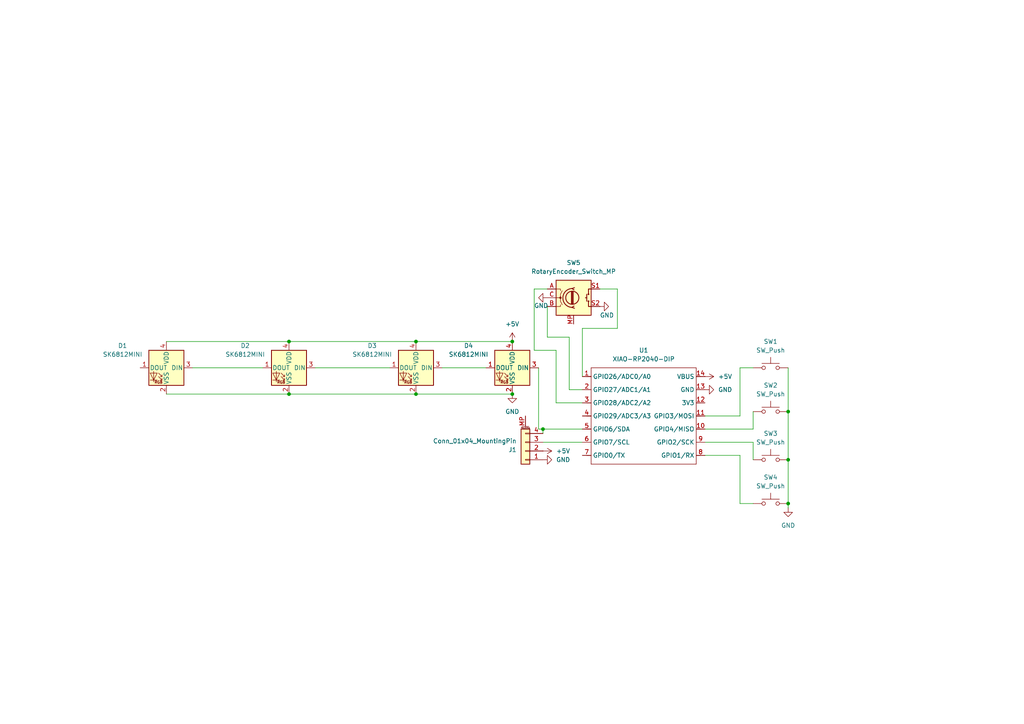
<source format=kicad_sch>
(kicad_sch (version 20250114) (generator "eeschema") (generator_version "9.0")
  (paper "A4")
  (title_block (title "Elliott's Hackpad!!!") (rev "D"))
  (lib_symbols
    (symbol "Connector_Generic_MountingPin:Conn_01x04_MountingPin" (pin_names (offset 1.016) (hide yes))
      (property "Reference" "J" (at 0 5.08 0))
      (property "Value" "Conn_01x04_MountingPin" (at 1.27 -7.62 0))
      (symbol "Conn_01x04_MountingPin_1_1"
        (rectangle (start -1.27 3.81) (end 1.27 -6.35) (stroke (width 0.254)) (fill (type background)))
        (rectangle (start -1.27 2.667) (end 0 2.413) (stroke (width 0.1524)))
        (rectangle (start -1.27 0.127) (end 0 -0.127) (stroke (width 0.1524)))
        (rectangle (start -1.27 -2.413) (end 0 -2.667) (stroke (width 0.1524)))
        (rectangle (start -1.27 -4.953) (end 0 -5.207) (stroke (width 0.1524)))
        (polyline (pts (xy -1.016 -7.112) (xy 1.016 -7.112)) (stroke (width 0.1524)))
        (text "Mounting" (at 0 -6.731 0) (effects (font (size 0.381 0.381))))
        (pin passive line (at -5.08 2.54 0) (length 3.81) (name "Pin_1") (number "1"))
        (pin passive line (at -5.08 0 0) (length 3.81) (name "Pin_2") (number "2"))
        (pin passive line (at -5.08 -2.54 0) (length 3.81) (name "Pin_3") (number "3"))
        (pin passive line (at -5.08 -5.08 0) (length 3.81) (name "Pin_4") (number "4"))
        (pin passive line (at 0 -10.16 90) (length 3.048) (name "MountPin") (number "MP"))
      )
    )
    (symbol "Device:RotaryEncoder_Switch_MP" (pin_names (offset 0.254) (hide yes))
      (property "Reference" "SW" (at 0 8.89 0))
      (property "Value" "RotaryEncoder_Switch_MP" (at 0 6.35 0))
      (symbol "RotaryEncoder_Switch_MP_0_1"
        (rectangle (start -5.08 5.08) (end 5.08 -5.08) (stroke (width 0.254)) (fill (type background)))
        (polyline (pts (xy -5.08 2.54) (xy -3.81 2.54) (xy -3.81 2.032)))
        (polyline (pts (xy -5.08 0) (xy -3.81 0) (xy -3.81 -1.016) (xy -3.302 -2.032)))
        (polyline (pts (xy -5.08 -2.54) (xy -3.81 -2.54) (xy -3.81 -2.032)))
        (polyline (pts (xy -4.318 0) (xy -3.81 0) (xy -3.81 1.016) (xy -3.302 2.032)))
        (circle (center -3.81 0) (radius 0.254) (fill (type outline)))
        (polyline (pts (xy -0.635 -1.778) (xy -0.635 1.778)) (stroke (width 0.254)))
        (circle (center -0.381 0) (radius 1.905) (stroke (width 0.254)))
        (polyline (pts (xy -0.381 -1.778) (xy -0.381 1.778)) (stroke (width 0.254)))
        (arc (start -0.381 -2.794) (mid -3.0988 -0.0635) (end -0.381 2.667) (stroke (width 0.254)))
        (polyline (pts (xy -0.127 1.778) (xy -0.127 -1.778)) (stroke (width 0.254)))
        (polyline (pts (xy 0.254 2.921) (xy -0.508 2.667) (xy 0.127 2.286)) (stroke (width 0.254)))
        (polyline (pts (xy 0.254 -3.048) (xy -0.508 -2.794) (xy 0.127 -2.413)) (stroke (width 0.254)))
        (polyline (pts (xy 3.81 1.016) (xy 3.81 -1.016)) (stroke (width 0.254)))
        (polyline (pts (xy 3.81 0) (xy 3.429 0)) (stroke (width 0.254)))
        (circle (center 4.318 1.016) (radius 0.127) (stroke (width 0.254)))
        (circle (center 4.318 -1.016) (radius 0.127) (stroke (width 0.254)))
        (polyline (pts (xy 5.08 2.54) (xy 4.318 2.54) (xy 4.318 1.016)) (stroke (width 0.254)))
        (polyline (pts (xy 5.08 -2.54) (xy 4.318 -2.54) (xy 4.318 -1.016)) (stroke (width 0.254)))
      )
      (symbol "RotaryEncoder_Switch_MP_1_1"
        (pin passive line (at -7.62 2.54 0) (length 2.54) (name "A") (number "A"))
        (pin passive line (at -7.62 0 0) (length 2.54) (name "C") (number "C"))
        (pin passive line (at -7.62 -2.54 0) (length 2.54) (name "B") (number "B"))
        (pin passive line (at 0 -7.62 90) (length 2.54) (name "MP") (number "MP"))
        (pin passive line (at 7.62 2.54 180) (length 2.54) (name "S1") (number "S1"))
        (pin passive line (at 7.62 -2.54 180) (length 2.54) (name "S2") (number "S2"))
      )
    )
    (symbol "LED:SK6812MINI" (pin_names (offset 0.254))
      (property "Reference" "D" (at 5.08 5.715 0))
      (property "Value" "SK6812MINI" (at 1.27 -5.715 0))
      (symbol "SK6812MINI_0_0"
        (text "RGB" (at 2.286 -4.191 0) (effects (font (size 0.762 0.762))))
      )
      (symbol "SK6812MINI_0_1"
        (polyline (pts (xy 1.27 -2.54) (xy 1.778 -2.54)))
        (polyline (pts (xy 1.27 -3.556) (xy 1.778 -3.556)))
        (polyline (pts (xy 2.286 -1.524) (xy 1.27 -2.54) (xy 1.27 -2.032)))
        (polyline (pts (xy 2.286 -2.54) (xy 1.27 -3.556) (xy 1.27 -3.048)))
        (polyline (pts (xy 3.683 -1.016) (xy 3.683 -3.556) (xy 3.683 -4.064)))
        (polyline (pts (xy 4.699 -1.524) (xy 2.667 -1.524) (xy 3.683 -3.556) (xy 4.699 -1.524)))
        (polyline (pts (xy 4.699 -3.556) (xy 2.667 -3.556)))
        (rectangle (start 5.08 5.08) (end -5.08 -5.08) (stroke (width 0.254)) (fill (type background)))
      )
      (symbol "SK6812MINI_1_1"
        (pin input line (at -7.62 0 0) (length 2.54) (name "DIN") (number "3"))
        (pin power_in line (at 0 7.62 270) (length 2.54) (name "VDD") (number "4"))
        (pin power_in line (at 0 -7.62 90) (length 2.54) (name "VSS") (number "2"))
        (pin output line (at 7.62 0 180) (length 2.54) (name "DOUT") (number "1"))
      )
    )
    (symbol "OPL:XIAO-RP2040-DIP"
      (property "Reference" "U" (at 0 0 0))
      (property "Value" "XIAO-RP2040-DIP" (at 5.334 -1.778 0))
      (symbol "XIAO-RP2040-DIP_1_0"
        (polyline (pts (xy -1.27 -2.54) (xy 29.21 -2.54)) (stroke (width 0.1524)))
        (polyline (pts (xy -1.27 -5.08) (xy -2.54 -5.08)) (stroke (width 0.1524)))
        (polyline (pts (xy -1.27 -5.08) (xy -1.27 -2.54)) (stroke (width 0.1524)))
        (polyline (pts (xy -1.27 -8.89) (xy -2.54 -8.89)) (stroke (width 0.1524)))
        (polyline (pts (xy -1.27 -8.89) (xy -1.27 -5.08)) (stroke (width 0.1524)))
        (polyline (pts (xy -1.27 -12.7) (xy -2.54 -12.7)) (stroke (width 0.1524)))
        (polyline (pts (xy -1.27 -12.7) (xy -1.27 -8.89)) (stroke (width 0.1524)))
        (polyline (pts (xy -1.27 -16.51) (xy -2.54 -16.51)) (stroke (width 0.1524)))
        (polyline (pts (xy -1.27 -16.51) (xy -1.27 -12.7)) (stroke (width 0.1524)))
        (polyline (pts (xy -1.27 -20.32) (xy -2.54 -20.32)) (stroke (width 0.1524)))
        (polyline (pts (xy -1.27 -24.13) (xy -2.54 -24.13)) (stroke (width 0.1524)))
        (polyline (pts (xy -1.27 -27.94) (xy -2.54 -27.94)) (stroke (width 0.1524)))
        (polyline (pts (xy -1.27 -30.48) (xy -1.27 -16.51)) (stroke (width 0.1524)))
        (polyline (pts (xy 29.21 -2.54) (xy 29.21 -5.08)) (stroke (width 0.1524)))
        (polyline (pts (xy 29.21 -5.08) (xy 29.21 -8.89)) (stroke (width 0.1524)))
        (polyline (pts (xy 29.21 -8.89) (xy 29.21 -12.7)) (stroke (width 0.1524)))
        (polyline (pts (xy 29.21 -12.7) (xy 29.21 -30.48)) (stroke (width 0.1524)))
        (polyline (pts (xy 29.21 -30.48) (xy -1.27 -30.48)) (stroke (width 0.1524)))
        (polyline (pts (xy 30.48 -5.08) (xy 29.21 -5.08)) (stroke (width 0.1524)))
        (polyline (pts (xy 30.48 -8.89) (xy 29.21 -8.89)) (stroke (width 0.1524)))
        (polyline (pts (xy 30.48 -12.7) (xy 29.21 -12.7)) (stroke (width 0.1524)))
        (polyline (pts (xy 30.48 -16.51) (xy 29.21 -16.51)) (stroke (width 0.1524)))
        (polyline (pts (xy 30.48 -20.32) (xy 29.21 -20.32)) (stroke (width 0.1524)))
        (polyline (pts (xy 30.48 -24.13) (xy 29.21 -24.13)) (stroke (width 0.1524)))
        (polyline (pts (xy 30.48 -27.94) (xy 29.21 -27.94)) (stroke (width 0.1524)))
        (pin passive line (at -3.81 -5.08 0) (length 2.54) (name "GPIO26/ADC0/A0") (number "1"))
        (pin passive line (at -3.81 -8.89 0) (length 2.54) (name "GPIO27/ADC1/A1") (number "2"))
        (pin passive line (at -3.81 -12.7 0) (length 2.54) (name "GPIO28/ADC2/A2") (number "3"))
        (pin passive line (at -3.81 -16.51 0) (length 2.54) (name "GPIO29/ADC3/A3") (number "4"))
        (pin passive line (at -3.81 -20.32 0) (length 2.54) (name "GPIO6/SDA") (number "5"))
        (pin passive line (at -3.81 -24.13 0) (length 2.54) (name "GPIO7/SCL") (number "6"))
        (pin passive line (at -3.81 -27.94 0) (length 2.54) (name "GPIO0/TX") (number "7"))
        (pin passive line (at 31.75 -5.08 180) (length 2.54) (name "VBUS") (number "14"))
        (pin passive line (at 31.75 -8.89 180) (length 2.54) (name "GND") (number "13"))
        (pin passive line (at 31.75 -12.7 180) (length 2.54) (name "3V3") (number "12"))
        (pin passive line (at 31.75 -16.51 180) (length 2.54) (name "GPIO3/MOSI") (number "11"))
        (pin passive line (at 31.75 -20.32 180) (length 2.54) (name "GPIO4/MISO") (number "10"))
        (pin passive line (at 31.75 -24.13 180) (length 2.54) (name "GPIO2/SCK") (number "9"))
        (pin passive line (at 31.75 -27.94 180) (length 2.54) (name "GPIO1/RX") (number "8"))
      )
    )
    (symbol "Switch:SW_Push" (pin_numbers (hide yes)) (pin_names (offset 1.016) (hide yes))
      (property "Reference" "SW" (at 1.27 2.54 0))
      (property "Value" "SW_Push" (at 0 -1.524 0))
      (symbol "SW_Push_0_1"
        (circle (center -2.032 0) (radius 0.508))
        (polyline (pts (xy 0 1.27) (xy 0 3.048)))
        (circle (center 2.032 0) (radius 0.508))
        (polyline (pts (xy 2.54 1.27) (xy -2.54 1.27)))
        (pin passive line (at -5.08 0 0) (length 2.54) (name "1") (number "1"))
        (pin passive line (at 5.08 0 180) (length 2.54) (name "2") (number "2"))
      )
    )
    (symbol "power:+5V" (power) (pin_numbers (hide yes)) (pin_names (offset 0) (hide yes))
      (property "Value" "+5V" (at 0 3.556 0))
      (symbol "+5V_0_1"
        (polyline (pts (xy -0.762 1.27) (xy 0 2.54)))
        (polyline (pts (xy 0 2.54) (xy 0.762 1.27)))
        (polyline (pts (xy 0 0) (xy 0 2.54)))
      )
      (symbol "+5V_1_1"
        (pin power_in line (at 0 0 90) (length 0) (name "~") (number "1"))
      )
    )
    (symbol "power:GND" (power) (pin_numbers (hide yes)) (pin_names (offset 0) (hide yes))
      (property "Value" "GND" (at 0 -3.81 0))
      (symbol "GND_0_1"
        (polyline (pts (xy 0 0) (xy 0 -1.27) (xy 1.27 -1.27) (xy 0 -2.54) (xy -1.27 -1.27) (xy 0 -1.27)))
      )
      (symbol "GND_1_1"
        (pin power_in line (at 0 0 270) (length 0) (name "~") (number "1"))
      )
    )
  )
  (junction (at 157.48 124.46))
  (junction (at 83.82 114.3))
  (junction (at 148.59 114.3))
  (junction (at 148.59 99.06))
  (junction (at 228.6 119.38))
  (junction (at 120.65 99.06))
  (junction (at 120.65 114.3))
  (junction (at 228.6 133.35))
  (junction (at 83.82 99.06))
  (junction (at 228.6 146.05))
  (wire (pts (xy 228.6 133.35) (xy 228.6 146.05)))
  (wire (pts (xy 218.44 106.68) (xy 214.63 106.68)))
  (wire (pts (xy 165.1 113.03) (xy 168.91 113.03)))
  (wire (pts (xy 173.99 83.82) (xy 179.07 83.82)))
  (wire (pts (xy 204.47 124.46) (xy 218.44 124.46)))
  (wire (pts (xy 120.65 99.06) (xy 148.59 99.06)))
  (wire (pts (xy 204.47 128.27) (xy 218.44 128.27)))
  (wire (pts (xy 157.48 124.46) (xy 168.91 124.46)))
  (wire (pts (xy 156.21 106.68) (xy 156.21 124.46)))
  (wire (pts (xy 214.63 146.05) (xy 218.44 146.05)))
  (wire (pts (xy 161.29 101.6) (xy 161.29 116.84)))
  (wire (pts (xy 128.27 106.68) (xy 140.97 106.68)))
  (wire (pts (xy 228.6 119.38) (xy 228.6 133.35)))
  (wire (pts (xy 158.75 97.79) (xy 165.1 97.79)))
  (wire (pts (xy 228.6 106.68) (xy 228.6 119.38)))
  (wire (pts (xy 214.63 132.08) (xy 214.63 146.05)))
  (wire (pts (xy 214.63 120.65) (xy 214.63 106.68)))
  (wire (pts (xy 218.44 128.27) (xy 218.44 133.35)))
  (wire (pts (xy 83.82 99.06) (xy 120.65 99.06)))
  (wire (pts (xy 168.91 95.25) (xy 168.91 109.22)))
  (wire (pts (xy 120.65 114.3) (xy 148.59 114.3)))
  (wire (pts (xy 158.75 88.9) (xy 158.75 97.79)))
  (wire (pts (xy 161.29 116.84) (xy 168.91 116.84)))
  (wire (pts (xy 156.21 124.46) (xy 157.48 124.46)))
  (wire (pts (xy 204.47 132.08) (xy 214.63 132.08)))
  (wire (pts (xy 158.75 83.82) (xy 154.94 83.82)))
  (wire (pts (xy 154.94 101.6) (xy 161.29 101.6)))
  (wire (pts (xy 91.44 106.68) (xy 113.03 106.68)))
  (wire (pts (xy 154.94 83.82) (xy 154.94 101.6)))
  (wire (pts (xy 204.47 120.65) (xy 214.63 120.65)))
  (wire (pts (xy 218.44 124.46) (xy 218.44 119.38)))
  (wire (pts (xy 179.07 83.82) (xy 179.07 95.25)))
  (wire (pts (xy 83.82 114.3) (xy 120.65 114.3)))
  (wire (pts (xy 157.48 125.73) (xy 157.48 124.46)))
  (wire (pts (xy 165.1 97.79) (xy 165.1 113.03)))
  (wire (pts (xy 48.26 114.3) (xy 83.82 114.3)))
  (wire (pts (xy 48.26 99.06) (xy 83.82 99.06)))
  (wire (pts (xy 157.48 128.27) (xy 168.91 128.27)))
  (wire (pts (xy 228.6 146.05) (xy 228.6 147.32)))
  (wire (pts (xy 179.07 95.25) (xy 168.91 95.25)))
  (wire (pts (xy 55.88 106.68) (xy 76.2 106.68)))
  (symbol (lib_id "power:GND") (at 173.99 88.9 90) (unit 1)
    (property "Reference" "#PWR010" (effects (hide yes)))
    (property "Value" "GND" (at 173.99 91.44 90) (effects (justify right)))
    (property "Description" "Power symbol creates a global label with name \"GND\" , ground" (effects (hide yes)))
  )
  (symbol (lib_id "power:+5V") (at 148.59 99.06 0) (unit 1)
    (property "Reference" "#PWR01" (effects (hide yes)))
    (property "Value" "+5V" (at 148.59 93.98 0))
    (property "Description" "Power symbol creates a global label with name \"+5V\"" (effects (hide yes)))
  )
  (symbol (lib_id "LED:SK6812MINI") (at 48.26 106.68 0) (mirror y) (unit 1)
    (property "Reference" "D1" (at 35.56 100.2598 0))
    (property "Value" "SK6812MINI" (at 35.56 102.7998 0))
    (property "Footprint" "LED_SMD:LED_SK6812MINI_PLCC4_3.5x3.5mm_P1.75mm" (effects (hide yes)))
    (property "Datasheet" "https://cdn-shop.adafruit.com/product-files/2686/SK6812MINI_REV.01-1-2.pdf" (effects (hide yes)))
    (property "Description" "RGB LED with integrated controller" (effects (hide yes)))
  )
  (symbol (lib_id "power:GND") (at 204.47 113.03 90) (unit 1)
    (property "Reference" "#PWR03" (effects (hide yes)))
    (property "Value" "GND" (at 208.28 113.0299 90) (effects (justify right)))
    (property "Description" "Power symbol creates a global label with name \"GND\" , ground" (effects (hide yes)))
  )
  (symbol (lib_id "Switch:SW_Push") (at 223.52 133.35 0) (mirror y) (unit 1)
    (property "Reference" "SW3" (at 223.52 125.73 0))
    (property "Value" "SW_Push" (at 223.52 128.27 0))
    (property "Footprint" "Button_Switch_Keyboard:SW_Cherry_MX_1.00u_PCB" (effects (hide yes)))
    (property "Description" "Push button switch, generic, two pins" (effects (hide yes)))
  )
  (symbol (lib_id "LED:SK6812MINI") (at 120.65 106.68 0) (mirror y) (unit 1)
    (property "Reference" "D3" (at 107.95 100.2598 0))
    (property "Value" "SK6812MINI" (at 107.95 102.7998 0))
    (property "Footprint" "LED_SMD:LED_SK6812MINI_PLCC4_3.5x3.5mm_P1.75mm" (effects (hide yes)))
    (property "Datasheet" "https://cdn-shop.adafruit.com/product-files/2686/SK6812MINI_REV.01-1-2.pdf" (effects (hide yes)))
    (property "Description" "RGB LED with integrated controller" (effects (hide yes)))
  )
  (symbol (lib_id "power:GND") (at 148.59 114.3 0) (unit 1)
    (property "Reference" "#PWR05" (effects (hide yes)))
    (property "Value" "GND" (at 148.59 119.38 0))
    (property "Description" "Power symbol creates a global label with name \"GND\" , ground" (effects (hide yes)))
  )
  (symbol (lib_id "Device:RotaryEncoder_Switch_MP") (at 166.37 86.36 0) (unit 1)
    (property "Reference" "SW5" (at 166.37 76.2 0))
    (property "Value" "RotaryEncoder_Switch_MP" (at 166.37 78.74 0))
    (property "Footprint" "meow:RotaryEncoder_Alps_EC11E-Switch_Vertical_H20mm" (effects (hide yes)))
    (property "Description" "Rotary encoder, dual channel, incremental quadrate outputs, with switch and MP Pin" (effects (hide yes)))
  )
  (symbol (lib_id "LED:SK6812MINI") (at 148.59 106.68 0) (mirror y) (unit 1)
    (property "Reference" "D4" (at 135.89 100.2598 0))
    (property "Value" "SK6812MINI" (at 135.89 102.7998 0))
    (property "Footprint" "LED_SMD:LED_SK6812MINI_PLCC4_3.5x3.5mm_P1.75mm" (effects (hide yes)))
    (property "Datasheet" "https://cdn-shop.adafruit.com/product-files/2686/SK6812MINI_REV.01-1-2.pdf" (effects (hide yes)))
    (property "Description" "RGB LED with integrated controller" (effects (hide yes)))
  )
  (symbol (lib_id "power:+5V") (at 204.47 109.22 270) (unit 1)
    (property "Reference" "#PWR04" (effects (hide yes)))
    (property "Value" "+5V" (at 208.28 109.2199 90) (effects (justify left)))
    (property "Description" "Power symbol creates a global label with name \"+5V\"" (effects (hide yes)))
  )
  (symbol (lib_id "Switch:SW_Push") (at 223.52 146.05 0) (mirror y) (unit 1)
    (property "Reference" "SW4" (at 223.52 138.43 0))
    (property "Value" "SW_Push" (at 223.52 140.97 0))
    (property "Footprint" "Button_Switch_Keyboard:SW_Cherry_MX_1.00u_PCB" (effects (hide yes)))
    (property "Description" "Push button switch, generic, two pins" (effects (hide yes)))
  )
  (symbol (lib_id "Connector_Generic_MountingPin:Conn_01x04_MountingPin") (at 152.4 130.81 180) (unit 1)
    (property "Reference" "J1" (at 149.86 130.4545 0) (effects (justify left)))
    (property "Value" "Conn_01x04_MountingPin" (at 149.86 127.9145 0) (effects (justify left)))
    (property "Footprint" "Connector_PinHeader_2.54mm:PinHeader_1x04_P2.54mm_Vertical" (effects (hide yes)))
    (property "Description" "Generic connectable mounting pin connector, single row, 01x04, script generated (kicad-library-utils/schlib/autogen/connector/)" (effects (hide yes)))
  )
  (symbol (lib_id "Switch:SW_Push") (at 223.52 106.68 0) (mirror y) (unit 1)
    (property "Reference" "SW1" (at 223.52 99.06 0))
    (property "Value" "SW_Push" (at 223.52 101.6 0))
    (property "Footprint" "Button_Switch_Keyboard:SW_Cherry_MX_1.00u_PCB" (effects (hide yes)))
    (property "Description" "Push button switch, generic, two pins" (effects (hide yes)))
  )
  (symbol (lib_id "power:GND") (at 228.6 147.32 0) (mirror y) (unit 1)
    (property "Reference" "#PWR02" (effects (hide yes)))
    (property "Value" "GND" (at 228.6 152.4 0))
    (property "Description" "Power symbol creates a global label with name \"GND\" , ground" (effects (hide yes)))
  )
  (symbol (lib_id "LED:SK6812MINI") (at 83.82 106.68 0) (mirror y) (unit 1)
    (property "Reference" "D2" (at 71.12 100.2598 0))
    (property "Value" "SK6812MINI" (at 71.12 102.7998 0))
    (property "Footprint" "LED_SMD:LED_SK6812MINI_PLCC4_3.5x3.5mm_P1.75mm" (effects (hide yes)))
    (property "Datasheet" "https://cdn-shop.adafruit.com/product-files/2686/SK6812MINI_REV.01-1-2.pdf" (effects (hide yes)))
    (property "Description" "RGB LED with integrated controller" (effects (hide yes)))
  )
  (symbol (lib_id "OPL:XIAO-RP2040-DIP") (at 172.72 104.14 0) (unit 1)
    (property "Reference" "U1" (at 186.69 101.6 0))
    (property "Value" "XIAO-RP2040-DIP" (at 186.69 104.14 0))
    (property "Footprint" "opl:XIAO-RP2040-DIP" (effects (hide yes)))
  )
  (symbol (lib_id "power:GND") (at 158.75 86.36 270) (unit 1)
    (property "Reference" "#PWR08" (effects (hide yes)))
    (property "Value" "GND" (at 159.004 88.646 90) (effects (justify right)))
    (property "Description" "Power symbol creates a global label with name \"GND\" , ground" (effects (hide yes)))
  )
  (symbol (lib_id "power:GND") (at 157.48 133.35 90) (unit 1)
    (property "Reference" "#PWR07" (effects (hide yes)))
    (property "Value" "GND" (at 161.29 133.3501 90) (effects (justify right)))
    (property "Description" "Power symbol creates a global label with name \"GND\" , ground" (effects (hide yes)))
  )
  (symbol (lib_id "power:+5V") (at 157.48 130.81 270) (unit 1)
    (property "Reference" "#PWR06" (effects (hide yes)))
    (property "Value" "+5V" (at 161.29 130.8101 90) (effects (justify left)))
    (property "Description" "Power symbol creates a global label with name \"+5V\"" (effects (hide yes)))
  )
  (symbol (lib_id "Switch:SW_Push") (at 223.52 119.38 0) (mirror y) (unit 1)
    (property "Reference" "SW2" (at 223.52 111.76 0))
    (property "Value" "SW_Push" (at 223.52 114.3 0))
    (property "Footprint" "Button_Switch_Keyboard:SW_Cherry_MX_1.00u_PCB" (effects (hide yes)))
    (property "Description" "Push button switch, generic, two pins" (effects (hide yes)))
  )
)
</source>
